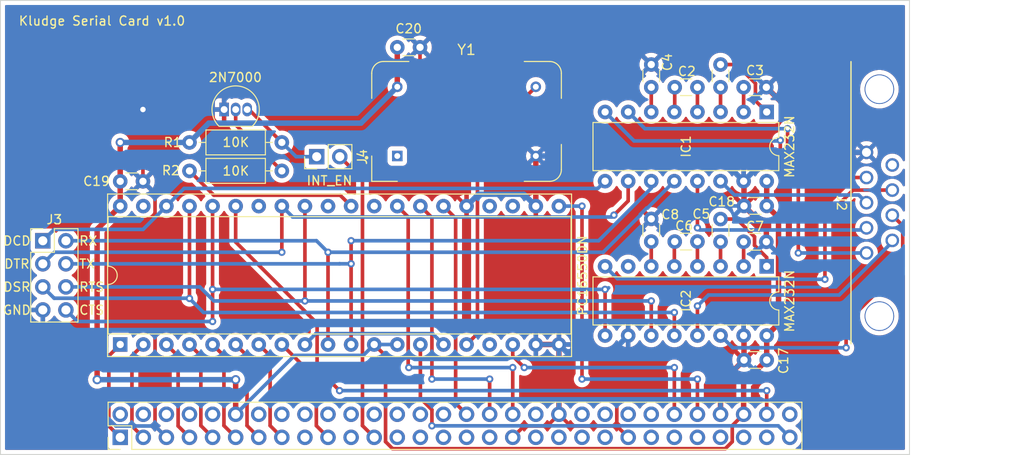
<source format=kicad_pcb>
(kicad_pcb (version 20240108) (generator "pcbnew") (generator_version "8.0")
  (layers (0 "F.Cu" signal) (31 "B.Cu" signal) (34 "B.Paste" user) (35 "F.Paste" user) (36 "B.SilkS" user "B.Silkscreen") (37 "F.SilkS" user "F.Silkscreen") (38 "B.Mask" user) (39 "F.Mask" user) (44 "Edge.Cuts" user))
  (net 0 "")
  (net 1 "GND")
  (net 2 "/A0")
  (net 4 "VCC")
  (net 6 "/A2")
  (net 8 "/D6")
  (net 9 "INT")
  (net 16 "/D2")
  (net 17 "RESET(H)")
  (net 19 "/D4")
  (net 20 "/A1")
  (net 22 "Net-(IC2-C1+)")
  (net 23 "Net-(IC2-C1-)")
  (net 25 "WR")
  (net 26 "Net-(IC2-C2+)")
  (net 27 "/D5")
  (net 28 "/D3")
  (net 30 "Net-(IC2-C2-)")
  (net 31 "Net-(IC2-VS+)")
  (net 32 "RD")
  (net 33 "Net-(IC2-VS-)")
  (net 34 "/D1")
  (net 35 "/D0")
  (net 37 "Net-(IC1-C1+)")
  (net 38 "/D7")
  (net 39 "Net-(IC1-C1-)")
  (net 40 "Net-(IC1-C2-)")
  (net 41 "Net-(IC1-C2+)")
  (net 42 "Net-(IC1-VS+)")
  (net 43 "Net-(IC1-VS-)")
  (net 50 "Net-(UART1-XIN)")
  (net 51 "Net-(UART1-RCLK)")
  (net 53 "UART_INT")
  (net 68 "IO_EN")
  (net 70 "Net-(Q1-G)")
  (net 75 "/CTS_Conn")
  (net 76 "/DSR_Conn")
  (net 77 "/RTS_Conn")
  (net 78 "/DTR_Conn")
  (net 79 "/TX_Conn")
  (net 80 "/RX_Conn")
  (net 81 "/DCD_Conn")
  (net 83 "Net-(J4-Pin_1)")
  (net 84 "/RTS")
  (net 85 "/CTS")
  (net 86 "/DSR")
  (net 87 "/RX")
  (net 88 "/DCD")
  (net 89 "/DTR")
  (net 90 "/TX")
  (footprint "Z80 Parts:OSC_ECS-100AX-018" (layer "F.Cu") (at 142.255 109.06)
    (property "Reference" "Y1")
    (property "Value" "ECS-100AX-018")
  )
  (footprint "Capacitor_THT:C_Disc_D3.0mm_W1.6mm_P2.50mm" (layer "F.Cu") (at 170.195 119.816905 -90)
    (property "Reference" "C5")
    (property "Value" "1 uF")
  )
  (footprint "Capacitor_THT:C_Disc_D3.0mm_W1.6mm_P2.50mm" (layer "F.Cu") (at 172.735 122.316905)
    (property "Reference" "C7")
    (property "Value" "1 uF")
  )
  (footprint "Capacitor_THT:C_Disc_D3.0mm_W1.6mm_P2.50mm" (layer "F.Cu") (at 167.655 105.296905 180)
    (property "Reference" "C2")
    (property "Value" "1 uF")
  )
  (footprint "Z80 Parts:CONN_A-DS 09 A&slash_KG-T4S_ASM" (layer "F.Cu") (at 197.169999 118.011607 -90)
    (property "Reference" "J2")
    (property "Value" "UART_RS232")
  )
  (footprint "Capacitor_THT:C_Disc_D3.0mm_W1.6mm_P2.50mm" (layer "F.Cu") (at 175.275 118.366909 180)
    (property "Reference" "C18")
    (property "Value" "100 nF")
  )
  (footprint "Connector_PinHeader_2.54mm:PinHeader_2x30_P2.54mm_Vertical" (layer "F.Cu") (at 104.155 143.855 90)
    (property "Reference" "J1" (hide yes))
    (property "Value" "Bus")
  )
  (footprint "Package_DIP:DIP-16_W7.62mm" (layer "F.Cu") (at 175.275 125.021907 -90)
    (property "Reference" "IC2")
    (property "Value" "MAX232N")
  )
  (footprint "Capacitor_THT:C_Disc_D3.0mm_W1.6mm_P2.50mm" (layer "F.Cu") (at 175.275 135.336905 180)
    (property "Reference" "C17")
    (property "Value" "100 nF")
  )
  (footprint "Capacitor_THT:C_Disc_D3.0mm_W1.6mm_P2.50mm" (layer "F.Cu") (at 170.195 102.796905 -90)
    (property "Reference" "C1" (hide yes))
    (property "Value" "1 uF")
  )
  (footprint "Connector_PinHeader_2.54mm:PinHeader_1x02_P2.54mm_Vertical" (layer "F.Cu") (at 125.77 112.945 90)
    (property "Reference" "J4")
    (property "Value" "INT_EN")
  )
  (footprint "Package_TO_SOT_THT:TO-92_Inline" (layer "F.Cu") (at 115.585 107.75)
    (property "Reference" "Q1")
    (property "Value" "2N7000")
  )
  (footprint "Resistor_THT:R_Axial_DIN0207_L6.3mm_D2.5mm_P10.16mm_Horizontal" (layer "F.Cu") (at 121.935 111.375 180)
    (property "Reference" "R1")
    (property "Value" "10K")
  )
  (footprint "Capacitor_THT:C_Disc_D3.0mm_W1.6mm_P2.50mm" (layer "F.Cu") (at 162.575 105.296905 90)
    (property "Reference" "C4")
    (property "Value" "1 uF")
  )
  (footprint "Capacitor_THT:C_Disc_D3.0mm_W1.6mm_P2.50mm" (layer "F.Cu") (at 172.735 105.296905)
    (property "Reference" "C3")
    (property "Value" "1 uF")
  )
  (footprint "Capacitor_THT:C_Disc_D3.0mm_W1.6mm_P2.50mm" (layer "F.Cu") (at 167.655 122.296905 180)
    (property "Reference" "C6")
    (property "Value" "1 uF")
  )
  (footprint "Connector_PinHeader_2.54mm:PinHeader_2x04_P2.54mm_Vertical" (layer "F.Cu") (at 95.64 122.205)
    (property "Reference" "J3")
    (property "Value" "UART_TTL")
  )
  (footprint "Package_DIP:DIP-40_W15.24mm_Socket" (layer "F.Cu") (at 104.155 133.63 90)
    (property "Reference" "UART1")
    (property "Value" "PC16550DN")
  )
  (footprint "Capacitor_THT:C_Disc_D3.0mm_W1.6mm_P2.50mm" (layer "F.Cu") (at 134.635 100.9)
    (property "Reference" "C20")
    (property "Value" "100 nF")
  )
  (footprint "Capacitor_THT:C_Disc_D3.0mm_W1.6mm_P2.50mm" (layer "F.Cu") (at 162.575 122.296905 90)
    (property "Reference" "C8")
    (property "Value" "1 uF")
  )
  (footprint "Capacitor_THT:C_Disc_D3.0mm_W1.6mm_P2.50mm" (layer "F.Cu") (at 104.155 115.66)
    (property "Reference" "C19")
    (property "Value" "100 nF")
  )
  (footprint "Resistor_THT:R_Axial_DIN0207_L6.3mm_D2.5mm_P10.16mm_Horizontal" (layer "F.Cu") (at 121.935 114.51 180)
    (property "Reference" "R2")
    (property "Value" "10K")
  )
  (footprint "Package_DIP:DIP-16_W7.62mm" (layer "F.Cu") (at 175.275 108.021907 -90)
    (property "Reference" "IC1")
    (property "Value" "MAX232N")
  )
  (gr_line (start 90.98 136.84) (end 90.98 145.74) (stroke (width 0.1)) (layer "Edge.Cuts"))
  (gr_line (start 90.98 136.84) (end 90.98 95.74) (stroke (width 0.1)) (layer "Edge.Cuts"))
  (gr_line (start 190.98 136.84) (end 190.98 95.74) (stroke (width 0.1)) (layer "Edge.Cuts"))
  (gr_line (start 90.98 145.74) (end 190.98 145.74) (stroke (width 0.1)) (layer "Edge.Cuts"))
  (gr_line (start 190.98 136.84) (end 190.98 145.74) (stroke (width 0.1)) (layer "Edge.Cuts"))
  (gr_line (start 90.98 95.74) (end 190.98 95.74) (stroke (width 0.1)) (layer "Edge.Cuts"))
  (gr_text "Kludge Serial Card v1.0" (at 92.91 98.58 0) (layer "F.SilkS") (effects (font (size 1 1)) (justify left bottom)))
  (gr_text "CTS" (at 99.56 130.42675 0) (layer "F.SilkS") (effects (font (size 1 1)) (justify left bottom)))
  (gr_text "MAX232N" (at 178.375 115.375479 90) (layer "F.SilkS") (effects (font (size 1 1)) (justify left bottom)))
  (gr_text "DTR" (at 91.309999 125.34675 0) (layer "F.SilkS") (effects (font (size 1 1)) (justify left bottom)))
  (gr_text "RX" (at 99.56 122.80675 0) (layer "F.SilkS") (effects (font (size 1 1)) (justify left bottom)))
  (gr_text "DCD" (at 91.190952 122.80675 0) (layer "F.SilkS") (effects (font (size 1 1)) (justify left bottom)))
  (gr_text "PC16550DN" (at 155.6 130.534762 90) (layer "F.SilkS") (effects (font (size 1 1)) (justify left bottom)))
  (gr_text "RTS" (at 99.56 127.88675 0) (layer "F.SilkS") (effects (font (size 1 1)) (justify left bottom)))
  (gr_text "10K" (at 115.325 111.95 0) (layer "F.SilkS") (effects (font (size 1 1)) (justify left bottom)))
  (gr_text "GND" (at 91.167142 130.42675 0) (layer "F.SilkS") (effects (font (size 1 1)) (justify left bottom)))
  (gr_text "10K" (at 115.325 115.1 0) (layer "F.SilkS") (effects (font (size 1 1)) (justify left bottom)))
  (gr_text "DSR" (at 91.214761 127.88675 0) (layer "F.SilkS") (effects (font (size 1 1)) (justify left bottom)))
  (gr_text "2N7000" (at 113.825238 104.8 0) (layer "F.SilkS") (effects (font (size 1 1)) (justify left bottom)))
  (gr_text "TX" (at 99.56 125.34675 0) (layer "F.SilkS") (effects (font (size 1 1)) (justify left bottom)))
  (gr_text "MAX232N" (at 178.375 132.375479 90) (layer "F.SilkS") (effects (font (size 1 1)) (justify left bottom)))
  (gr_text "INT_EN" (at 124.575 116.175 0) (layer "F.SilkS") (effects (font (size 1 1)) (justify left bottom)))
  (segment (start 153.705 142.605) (end 152.415 141.315) (width 0.4) (layer "F.Cu") (net 1))
  (segment (start 106.655 115.66) (end 106.655 107.75) (width 0.4) (layer "F.Cu") (net 1))
  (segment (start 107.985 142.605) (end 107.985 116.99) (width 0.4) (layer "F.Cu") (net 1))
  (segment (start 148.585 142.605) (end 147.335 143.855) (width 0.4) (layer "F.Cu") (net 1))
  (segment (start 175.235 120.826909) (end 172.775 118.366909) (width 0.6) (layer "F.Cu") (net 1))
  (segment (start 172.775 118.366909) (end 172.775 115.681907) (width 0.6) (layer "F.Cu") (net 1))
  (segment (start 158.785 133.891907) (end 160.035 132.641907) (width 0.4) (layer "F.Cu") (net 1))
  (segment (start 172.775 132.681907) (end 172.735 132.641907) (width 0.6) (layer "F.Cu") (net 1))
  (segment (start 186.250001 112.471608) (end 182.409703 112.471608) (width 0.6) (layer "F.Cu") (net 1))
  (segment (start 172.775 115.681907) (end 172.735 115.641907) (width 0.6) (layer "F.Cu") (net 1))
  (segment (start 149.875 118.39) (end 149.875 112.87) (width 0.6) (layer "F.Cu") (net 1))
  (segment (start 182.409703 112.471608) (end 175.235 105.296905) (width 0.6) (layer "F.Cu") (net 1))
  (segment (start 107.985 116.99) (end 106.655 115.66) (width 0.4) (layer "F.Cu") (net 1))
  (segment (start 152.415 141.315) (end 151.125 142.605) (width 0.4) (layer "F.Cu") (net 1))
  (segment (start 172.735 135.296905) (end 172.775 135.336905) (width 0.4) (layer "F.Cu") (net 1))
  (segment (start 137.135 113.27) (end 142.255 118.39) (width 0.4) (layer "F.Cu") (net 1))
  (segment (start 170.195 137.916905) (end 172.775 135.336905) (width 0.6) (layer "F.Cu") (net 1))
  (segment (start 109.235 143.855) (end 107.985 142.605) (width 0.4) (layer "F.Cu") (net 1))
  (segment (start 160.035 143.855) (end 158.785 142.605) (width 0.4) (layer "F.Cu") (net 1))
  (segment (start 152.415 141.315) (end 152.415 133.63) (width 0.6) (layer "F.Cu") (net 1))
  (segment (start 172.775 135.336905) (end 172.775 132.681907) (width 0.6) (layer "F.Cu") (net 1))
  (segment (start 162.58 102.791905) (end 162.575 102.796905) (width 0.4) (layer "F.Cu") (net 1))
  (segment (start 158.785 142.605) (end 158.785 133.891907) (width 0.4) (layer "F.Cu") (net 1))
  (segment (start 151.125 142.605) (end 148.585 142.605) (width 0.4) (layer "F.Cu") (net 1))
  (segment (start 158.785 142.605) (end 153.705 142.605) (width 0.4) (layer "F.Cu") (net 1))
  (segment (start 152.415 133.63) (end 149.875 133.63) (width 0.6) (layer "F.Cu") (net 1))
  (segment (start 137.135 100.9) (end 137.135 113.27) (width 0.4) (layer "F.Cu") (net 1))
  (segment (start 170.195 141.315) (end 170.195 137.916905) (width 0.6) (layer "F.Cu") (net 1))
  (segment (start 175.235 122.316905) (end 175.235 120.826909) (width 0.6) (layer "F.Cu") (net 1))
  (via (at 106.655 107.75) (size 1) (drill 0.6) (layers "F.Cu" "B.Cu") (net 1))
  (segment (start 117.007712 105.342288) (end 115.585 106.765) (width 0.4) (layer "B.Cu") (net 1))
  (segment (start 95.64 134.567767) (end 103.677233 142.605) (width 0.4) (layer "B.Cu") (net 1))
  (segment (start 143.565 117.08) (end 148.565 117.08) (width 0.6) (layer "B.Cu") (net 1))
  (segment (start 142.255 118.39) (end 143.565 117.08) (width 0.6) (layer "B.Cu") (net 1))
  (segment (start 164.004996 118.366909) (end 172.775 118.366909) (width 0.4) (layer "B.Cu") (net 1))
  (segment (start 149.875 112.87) (end 169.963093 112.87) (width 0.6) (layer "B.Cu") (net 1))
  (segment (start 175.905299 112.471608) (end 186.250001 112.471608) (width 0.6) (layer "B.Cu") (net 1))
  (segment (start 169.963093 112.87) (end 172.735 115.641907) (width 0.6) (layer "B.Cu") (net 1))
  (segment (start 103.677233 142.605) (end 107.985 142.605) (width 0.4) (layer "B.Cu") (net 1))
  (segment (start 115.585 106.765) (end 115.585 107.75) (width 0.4) (layer "B.Cu") (net 1))
  (segment (start 107.985 142.605) (end 109.235 143.855) (width 0.4) (layer "B.Cu") (net 1))
  (segment (start 153.214999 134.429999) (end 158.246908 134.429999) (width 0.6) (layer "B.Cu") (net 1))
  (segment (start 132.692712 105.342288) (end 117.007712 105.342288) (width 0.4) (layer "B.Cu") (net 1))
  (segment (start 95.64 134.3) (end 95.64 129.825) (width 0.4) (layer "B.Cu") (net 1))
  (segment (start 148.565 117.08) (end 149.875 118.39) (width 0.6) (layer "B.Cu") (net 1))
  (segment (start 152.415 133.63) (end 153.214999 134.429999) (width 0.6) (layer "B.Cu") (net 1))
  (segment (start 106.655 107.75) (end 115.585 107.75) (width 0.4) (layer "B.Cu") (net 1))
  (segment (start 162.575 119.796905) (end 164.004996 118.366909) (width 0.4) (layer "B.Cu") (net 1))
  (segment (start 137.135 100.9) (end 132.692712 105.342288) (width 0.4) (layer "B.Cu") (net 1))
  (segment (start 172.735 115.641907) (end 175.905299 112.471608) (width 0.6) (layer "B.Cu") (net 1))
  (segment (start 158.246908 134.429999) (end 160.035 132.641907) (width 0.6) (layer "B.Cu") (net 1))
  (segment (start 95.64 134.3) (end 95.64 134.567767) (width 0.4) (layer "B.Cu") (net 1))
  (segment (start 135.835 136.1) (end 135.905 136.17) (width 0.4) (layer "F.Cu") (net 2))
  (segment (start 134.635 118.39) (end 135.835 119.59) (width 0.4) (layer "F.Cu") (net 2))
  (segment (start 147.335 136.17) (end 147.335 141.315) (width 0.4) (layer "F.Cu") (net 2))
  (segment (start 135.835 119.59) (end 135.835 136.1) (width 0.4) (layer "F.Cu") (net 2))
  (via (at 147.335 136.17) (size 0.8) (drill 0.4) (layers "F.Cu" "B.Cu") (net 2))
  (via (at 135.905 136.17) (size 0.8) (drill 0.4) (layers "F.Cu" "B.Cu") (net 2))
  (segment (start 135.905 136.17) (end 147.335 136.17) (width 0.4) (layer "B.Cu") (net 2))
  (segment (start 175.275 132.641907) (end 176.575 131.341907) (width 0.6) (layer "F.Cu") (net 4))
  (segment (start 175.275 118.366909) (end 175.275 115.641907) (width 0.6) (layer "F.Cu") (net 4))
  (segment (start 176.575 119.666909) (end 175.275 118.366909) (width 0.6) (layer "F.Cu") (net 4))
  (segment (start 133.345 144.332767) (end 134.117233 145.105) (width 0.4) (layer "F.Cu") (net 4))
  (segment (start 175.275 135.336905) (end 175.275 132.641907) (width 0.6) (layer "F.Cu") (net 4))
  (segment (start 132.095 133.63) (end 133.345 134.88) (width 0.4) (layer "F.Cu") (net 4))
  (segment (start 134.117233 145.105) (end 170.712767 145.105) (width 0.4) (layer "F.Cu") (net 4))
  (segment (start 172.735 141.315) (end 172.735 137.876905) (width 0.6) (layer "F.Cu") (net 4))
  (segment (start 104.155 118.39) (end 104.155 115.66) (width 0.6) (layer "F.Cu") (net 4))
  (segment (start 171.485 144.332767) (end 171.485 142.565) (width 0.4) (layer "F.Cu") (net 4))
  (segment (start 170.712767 145.105) (end 171.485 144.332767) (width 0.4) (layer "F.Cu") (net 4))
  (segment (start 116.855 141.315) (end 116.855 137.505) (width 0.6) (layer "F.Cu") (net 4))
  (segment (start 172.735 137.876905) (end 175.275 135.336905) (width 0.6) (layer "F.Cu") (net 4))
  (segment (start 101.615 120.93) (end 104.155 118.39) (width 0.6) (layer "F.Cu") (net 4))
  (segment (start 101.615 137.505) (end 101.615 120.93) (width 0.6) (layer "F.Cu") (net 4))
  (segment (start 171.485 142.565) (end 172.735 141.315) (width 0.4) (layer "F.Cu") (net 4))
  (segment (start 176.575 131.341907) (end 176.575 119.666909) (width 0.6) (layer "F.Cu") (net 4))
  (segment (start 104.155 115.66) (end 104.155 111.375) (width 0.6) (layer "F.Cu") (net 4))
  (segment (start 133.345 134.88) (end 133.345 144.332767) (width 0.4) (layer "F.Cu") (net 4))
  (segment (start 134.635 100.9) (end 134.635 105.25) (width 0.6) (layer "F.Cu") (net 4))
  (via (at 116.855 137.505) (size 1) (drill 0.6) (layers "F.Cu" "B.Cu") (net 4))
  (via (at 101.615 137.505) (size 1) (drill 0.6) (layers "F.Cu" "B.Cu") (net 4))
  (via (at 104.155 111.375) (size 1) (drill 0.6) (layers "F.Cu" "B.Cu") (net 4))
  (segment (start 104.155 111.375) (end 111.775 111.375) (width 0.6) (layer "B.Cu") (net 4))
  (segment (start 113.9 109.25) (end 111.775 111.375) (width 0.6) (layer "B.Cu") (net 4))
  (segment (start 130.635 109.25) (end 113.9 109.25) (width 0.6) (layer "B.Cu") (net 4))
  (segment (start 130.895 134.83) (end 132.095 133.63) (width 0.4) (layer "B.Cu") (net 4))
  (segment (start 123.34 134.83) (end 130.895 134.83) (width 0.4) (layer "B.Cu") (net 4))
  (segment (start 134.635 105.25) (end 130.635 109.25) (width 0.6) (layer "B.Cu") (net 4))
  (segment (start 132.095 133.63) (end 134.635 133.63) (width 0.4) (layer "B.Cu") (net 4))
  (segment (start 116.855 141.315) (end 123.34 134.83) (width 0.4) (layer "B.Cu") (net 4))
  (segment (start 116.855 137.505) (end 101.615 137.505) (width 0.6) (layer "B.Cu") (net 4))
  (segment (start 141.055 140.115) (end 142.255 141.315) (width 0.4) (layer "F.Cu") (net 6))
  (segment (start 141.055 119.73) (end 141.055 140.115) (width 0.4) (layer "F.Cu") (net 6))
  (segment (start 139.715 118.39) (end 141.055 119.73) (width 0.4) (layer "F.Cu") (net 6))
  (segment (start 120.645 134.88) (end 120.645 142.565) (width 0.4) (layer "F.Cu") (net 8))
  (segment (start 120.645 142.565) (end 121.935 143.855) (width 0.4) (layer "F.Cu") (net 8))
  (segment (start 119.395 133.63) (end 120.645 134.88) (width 0.4) (layer "F.Cu") (net 8))
  (segment (start 130.805 142.565) (end 132.095 143.855) (width 0.4) (layer "F.Cu") (net 9))
  (segment (start 128.31 112.945) (end 130.805 115.44) (width 0.4) (layer "F.Cu") (net 9))
  (segment (start 130.805 115.44) (end 130.805 142.565) (width 0.4) (layer "F.Cu") (net 9))
  (segment (start 110.525 134.92) (end 110.525 142.605) (width 0.4) (layer "F.Cu") (net 16))
  (segment (start 109.235 133.63) (end 110.525 134.92) (width 0.4) (layer "F.Cu") (net 16))
  (segment (start 110.525 142.605) (end 111.775 143.855) (width 0.4) (layer "F.Cu") (net 16))
  (segment (start 125.815 131.303278) (end 116.855 122.343278) (width 0.4) (layer "F.Cu") (net 17))
  (segment (start 125.815 136.24) (end 125.815 131.303278) (width 0.4) (layer "F.Cu") (net 17))
  (segment (start 116.855 122.343278) (end 116.855 118.39) (width 0.4) (layer "F.Cu") (net 17))
  (segment (start 175.275 138.71) (end 175.275 141.315) (width 0.4) (layer "F.Cu") (net 17))
  (segment (start 128.285 138.71) (end 125.815 136.24) (width 0.4) (layer "F.Cu") (net 17))
  (via (at 175.275 138.71) (size 0.8) (drill 0.4) (layers "F.Cu" "B.Cu") (net 17))
  (via (at 128.285 138.71) (size 0.8) (drill 0.4) (layers "F.Cu" "B.Cu") (net 17))
  (segment (start 175.275 138.71) (end 128.285 138.71) (width 0.4) (layer "B.Cu") (net 17))
  (segment (start 115.565 134.88) (end 115.565 142.565) (width 0.4) (layer "F.Cu") (net 19))
  (segment (start 115.565 142.565) (end 116.855 143.855) (width 0.4) (layer "F.Cu") (net 19))
  (segment (start 114.315 133.63) (end 115.565 134.88) (width 0.4) (layer "F.Cu") (net 19))
  (segment (start 138.445 119.66) (end 138.445 137.44) (width 0.4) (layer "F.Cu") (net 20))
  (segment (start 144.795 141.315) (end 144.795 137.44) (width 0.4) (layer "F.Cu") (net 20))
  (segment (start 137.175 118.39) (end 138.445 119.66) (width 0.4) (layer "F.Cu") (net 20))
  (via (at 138.445 137.44) (size 0.8) (drill 0.4) (layers "F.Cu" "B.Cu") (net 20))
  (via (at 144.795 137.44) (size 0.8) (drill 0.4) (layers "F.Cu" "B.Cu") (net 20))
  (segment (start 138.445 137.44) (end 144.795 137.44) (width 0.4) (layer "B.Cu") (net 20))
  (segment (start 175.275 125.021907) (end 175.275 124.053962) (width 0.4) (layer "F.Cu") (net 22))
  (segment (start 173.935 122.713962) (end 173.935 121.765256) (width 0.4) (layer "F.Cu") (net 22))
  (segment (start 173.935 121.765256) (end 171.986649 119.816905) (width 0.4) (layer "F.Cu") (net 22))
  (segment (start 171.986649 119.816905) (end 170.195 119.816905) (width 0.4) (layer "F.Cu") (net 22))
  (segment (start 175.275 124.053962) (end 173.935 122.713962) (width 0.4) (layer "F.Cu") (net 22))
  (segment (start 170.195 122.316905) (end 170.195 125.021907) (width 0.4) (layer "F.Cu") (net 23))
  (segment (start 165.115 136.17) (end 165.115 141.315) (width 0.4) (layer "F.Cu") (net 25))
  (segment (start 147.335 134.9) (end 148.605 136.17) (width 0.4) (layer "F.Cu") (net 25))
  (segment (start 147.335 133.63) (end 147.335 134.9) (width 0.4) (layer "F.Cu") (net 25))
  (via (at 165.115 136.17) (size 0.8) (drill 0.4) (layers "F.Cu" "B.Cu") (net 25))
  (via (at 148.605 136.17) (size 0.8) (drill 0.4) (layers "F.Cu" "B.Cu") (net 25))
  (segment (start 165.115 136.17) (end 148.605 136.17) (width 0.4) (layer "B.Cu") (net 25))
  (segment (start 167.655 122.296905) (end 167.655 125.021907) (width 0.4) (layer "F.Cu") (net 26))
  (segment (start 116.855 133.63) (end 118.105 134.88) (width 0.4) (layer "F.Cu") (net 27))
  (segment (start 118.105 134.88) (end 118.105 142.565) (width 0.4) (layer "F.Cu") (net 27))
  (segment (start 118.105 142.565) (end 119.395 143.855) (width 0.4) (layer "F.Cu") (net 27))
  (segment (start 113.025 142.565) (end 114.315 143.855) (width 0.4) (layer "F.Cu") (net 28))
  (segment (start 113.025 134.88) (end 113.025 142.565) (width 0.4) (layer "F.Cu") (net 28))
  (segment (start 111.775 133.63) (end 113.025 134.88) (width 0.4) (layer "F.Cu") (net 28))
  (segment (start 165.115 122.336905) (end 165.155 122.296905) (width 0.4) (layer "F.Cu") (net 30))
  (segment (start 165.115 125.021907) (end 165.115 122.336905) (width 0.4) (layer "F.Cu") (net 30))
  (segment (start 172.735 125.021907) (end 172.735 122.316905) (width 0.4) (layer "F.Cu") (net 31))
  (segment (start 167.655 141.315) (end 167.655 137.44) (width 0.4) (layer "F.Cu") (net 32))
  (segment (start 154.955 118.39) (end 154.955 137.44) (width 0.4) (layer "F.Cu") (net 32))
  (via (at 154.955 118.39) (size 0.8) (drill 0.4) (layers "F.Cu" "B.Cu") (net 32))
  (via (at 167.655 137.44) (size 0.8) (drill 0.4) (layers "F.Cu" "B.Cu") (net 32))
  (via (at 154.955 137.44) (size 0.8) (drill 0.4) (layers "F.Cu" "B.Cu") (net 32))
  (segment (start 152.415 118.39) (end 154.955 118.39) (width 0.4) (layer "B.Cu") (net 32))
  (segment (start 167.655 137.44) (end 154.955 137.44) (width 0.4) (layer "B.Cu") (net 32))
  (segment (start 162.575 122.296905) (end 162.575 125.021907) (width 0.4) (layer "F.Cu") (net 33))
  (segment (start 105.445 142.605) (end 106.695 143.855) (width 0.4) (layer "F.Cu") (net 34))
  (segment (start 106.695 133.63) (end 105.445 134.88) (width 0.4) (layer "F.Cu") (net 34))
  (segment (start 105.445 134.88) (end 105.445 142.605) (width 0.4) (layer "F.Cu") (net 34))
  (segment (start 102.905 142.605) (end 104.155 143.855) (width 0.4) (layer "F.Cu") (net 35))
  (segment (start 102.905 134.88) (end 102.905 142.605) (width 0.4) (layer "F.Cu") (net 35))
  (segment (start 104.155 133.63) (end 102.905 134.88) (width 0.4) (layer "F.Cu") (net 35))
  (segment (start 171.956905 102.796905) (end 170.195 102.796905) (width 0.4) (layer "F.Cu") (net 37))
  (segment (start 174.035 104.875) (end 171.956905 102.796905) (width 0.4) (layer "F.Cu") (net 37))
  (segment (start 175.275 108.021907) (end 174.035 106.781907) (width 0.4) (layer "F.Cu") (net 37))
  (segment (start 174.035 106.781907) (end 174.035 104.875) (width 0.4) (layer "F.Cu") (net 37))
  (segment (start 125.73 142.57) (end 127.015 143.855) (width 0.4) (layer "F.Cu") (net 38))
  (segment (start 121.935 133.63) (end 125.73 137.425) (width 0.4) (layer "F.Cu") (net 38))
  (segment (start 125.73 137.425) (end 125.73 142.57) (width 0.4) (layer "F.Cu") (net 38))
  (segment (start 170.195 105.296905) (end 170.195 108.021907) (width 0.4) (layer "F.Cu") (net 39))
  (segment (start 165.155 105.296905) (end 165.155 107.981907) (width 0.4) (layer "F.Cu") (net 40))
  (segment (start 165.155 107.981907) (end 165.115 108.021907) (width 0.4) (layer "F.Cu") (net 40))
  (segment (start 167.655 108.021907) (end 167.655 105.296905) (width 0.4) (layer "F.Cu") (net 41))
  (segment (start 172.735 108.021907) (end 172.735 105.296905) (width 0.4) (layer "F.Cu") (net 42))
  (segment (start 162.575 108.021907) (end 162.575 105.296905) (width 0.4) (layer "F.Cu") (net 43))
  (segment (start 149.875 105.25) (end 143.455 111.67) (width 0.4) (layer "F.Cu") (net 50))
  (segment (start 143.455 132.43) (end 142.255 133.63) (width 0.4) (layer "F.Cu") (net 50))
  (segment (start 143.455 111.67) (end 143.455 132.43) (width 0.4) (layer "F.Cu") (net 50))
  (segment (start 138.515 132.43) (end 139.715 133.63) (width 0.4) (layer "B.Cu") (net 51))
  (segment (start 124.475 133.63) (end 125.675 132.43) (width 0.4) (layer "B.Cu") (net 51))
  (segment (start 125.675 132.43) (end 138.515 132.43) (width 0.4) (layer "B.Cu") (net 51))
  (segment (start 128.355 117.19) (end 129.555 118.39) (width 0.4) (layer "F.Cu") (net 53))
  (segment (start 111.775 114.51) (end 114.455 117.19) (width 0.4) (layer "F.Cu") (net 53))
  (segment (start 114.455 117.19) (end 128.355 117.19) (width 0.4) (layer "F.Cu") (net 53))
  (segment (start 137.175 139.547233) (end 137.175 133.63) (width 0.4) (layer "F.Cu") (net 68))
  (segment (start 138.445 140.817233) (end 137.175 139.547233) (width 0.4) (layer "F.Cu") (net 68))
  (segment (start 138.47 142.58) (end 138.425 142.535) (width 0.4) (layer "F.Cu") (net 68))
  (segment (start 138.445 142.585) (end 138.445 140.817233) (width 0.4) (layer "F.Cu") (net 68))
  (via (at 138.445 142.585) (size 0.8) (drill 0.4) (layers "F.Cu" "B.Cu") (net 68))
  (segment (start 176.545 142.585) (end 177.815 143.855) (width 0.4) (layer "B.Cu") (net 68))
  (segment (start 138.445 142.585) (end 176.545 142.585) (width 0.4) (layer "B.Cu") (net 68))
  (segment (start 116.855 107.75) (end 116.855 109.43) (width 0.4) (layer "F.Cu") (net 70))
  (segment (start 116.855 109.43) (end 121.935 114.51) (width 0.4) (layer "F.Cu") (net 70))
  (segment (start 181.68 119.711318) (end 184.764709 116.626609) (width 0.4) (layer "F.Cu") (net 75))
  (segment (start 184.764709 116.626609) (end 189.09 116.626609) (width 0.4) (layer "F.Cu") (net 75))
  (segment (start 181.68 126.45) (end 181.68 119.711318) (width 0.4) (layer "F.Cu") (net 75))
  (via (at 181.68 126.45) (size 0.8) (drill 0.4) (layers "F.Cu" "B.Cu") (net 75))
  (segment (start 176.976905 126.45) (end 176.906905 126.38) (width 0.4) (layer "B.Cu") (net 75))
  (segment (start 176.906905 126.38) (end 158.853093 126.38) (width 0.4) (layer "B.Cu") (net 75))
  (segment (start 158.853093 126.38) (end 157.495 125.021907) (width 0.4) (layer "B.Cu") (net 75))
  (segment (start 181.68 126.45) (end 176.976905 126.45) (width 0.4) (layer "B.Cu") (net 75))
  (segment (start 167.655 129.39) (end 167.655 132.641907) (width 0.4) (layer "F.Cu") (net 76))
  (via (at 167.655 129.39) (size 0.8) (drill 0.4) (layers "F.Cu" "B.Cu") (net 76))
  (segment (start 167.655 129.39) (end 168.863093 128.181907) (width 0.4) (layer "B.Cu") (net 76))
  (segment (start 168.863093 128.181907) (end 183.245056 128.181907) (width 0.4) (layer "B.Cu") (net 76))
  (segment (start 183.245056 128.181907) (end 189.09 122.336963) (width 0.4) (layer "B.Cu") (net 76))
  (segment (start 189.09 122.336963) (end 189.09 122.166608) (width 0.4) (layer "B.Cu") (net 76))
  (segment (start 189.09 119.396608) (end 190.2393 120.545908) (width 0.4) (layer "F.Cu") (net 77))
  (segment (start 190.2393 120.545908) (end 190.2393 125.0207) (width 0.4) (layer "F.Cu") (net 77))
  (segment (start 184.01 131.25) (end 184.01 133.99) (width 0.4) (layer "F.Cu") (net 77))
  (segment (start 190.2393 125.0207) (end 184.01 131.25) (width 0.4) (layer "F.Cu") (net 77))
  (via (at 184.01 133.99) (size 0.8) (drill 0.4) (layers "F.Cu" "B.Cu") (net 77))
  (segment (start 184.01 133.99) (end 171.543093 133.99) (width 0.4) (layer "B.Cu") (net 77))
  (segment (start 171.543093 133.99) (end 170.195 132.641907) (width 0.4) (layer "B.Cu") (net 77))
  (segment (start 177.57 112.911606) (end 177.57 109.86) (width 0.4) (layer "F.Cu") (net 78))
  (segment (start 179.900001 115.241607) (end 177.57 112.911606) (width 0.4) (layer "F.Cu") (net 78))
  (segment (start 186.250001 115.241607) (end 179.900001 115.241607) (width 0.4) (layer "F.Cu") (net 78))
  (via (at 177.57 109.86) (size 0.8) (drill 0.4) (layers "F.Cu" "B.Cu") (net 78))
  (segment (start 160.035 108.021907) (end 161.873093 109.86) (width 0.4) (layer "B.Cu") (net 78))
  (segment (start 161.873093 109.86) (end 177.57 109.86) (width 0.4) (layer "B.Cu") (net 78))
  (segment (start 186.250001 118.011607) (end 185.405303 117.166909) (width 0.4) (layer "B.Cu") (net 79))
  (segment (start 171.720002 117.166909) (end 170.195 115.641907) (width 0.4) (layer "B.Cu") (net 79))
  (segment (start 185.405303 117.166909) (end 171.720002 117.166909) (width 0.4) (layer "B.Cu") (net 79))
  (segment (start 167.655 115.641907) (end 167.655 120.781607) (width 0.4) (layer "F.Cu") (net 80))
  (via (at 167.655 120.781607) (size 0.8) (drill 0.4) (layers "F.Cu" "B.Cu") (net 80))
  (segment (start 167.890298 121.016905) (end 167.655 120.781607) (width 0.4) (layer "B.Cu") (net 80))
  (segment (start 186.014703 121.016905) (end 167.890298 121.016905) (width 0.4) (layer "B.Cu") (net 80))
  (segment (start 186.250001 120.781607) (end 186.014703 121.016905) (width 0.4) (layer "B.Cu") (net 80))
  (segment (start 178.750701 123.551606) (end 178.750701 114.890701) (width 0.4) (layer "F.Cu") (net 81))
  (segment (start 176.77 112.91) (end 176.77 111.14) (width 0.4) (layer "F.Cu") (net 81))
  (segment (start 178.750701 114.890701) (end 176.77 112.91) (width 0.4) (layer "F.Cu") (net 81))
  (via (at 176.77 111.14) (size 0.8) (drill 0.4) (layers "F.Cu" "B.Cu") (net 81))
  (via (at 178.750701 123.551606) (size 0.8) (drill 0.4) (layers "F.Cu" "B.Cu") (net 81))
  (segment (start 176.698093 111.211907) (end 160.685 111.211907) (width 0.4) (layer "B.Cu") (net 81))
  (segment (start 176.77 111.14) (end 176.698093 111.211907) (width 0.4) (layer "B.Cu") (net 81))
  (segment (start 160.685 111.211907) (end 157.495 108.021907) (width 0.4) (layer "B.Cu") (net 81))
  (segment (start 186.250001 123.551606) (end 178.750701 123.551606) (width 0.4) (layer "B.Cu") (net 81))
  (segment (start 121.935 111.375) (end 118.31 107.75) (width 0.4) (layer "F.Cu") (net 83))
  (segment (start 118.31 107.75) (end 118.125 107.75) (width 0.4) (layer "F.Cu") (net 83))
  (segment (start 123.505 112.945) (end 121.935 111.375) (width 0.4) (layer "B.Cu") (net 83))
  (segment (start 125.77 112.945) (end 123.505 112.945) (width 0.4) (layer "B.Cu") (net 83))
  (segment (start 162.575 132.641907) (end 162.575 128.831907) (width 0.4) (layer "F.Cu") (net 84))
  (segment (start 124.475 128.831907) (end 124.475 118.39) (width 0.4) (layer "F.Cu") (net 84))
  (via (at 162.575 128.831907) (size 0.8) (drill 0.4) (layers "F.Cu" "B.Cu") (net 84))
  (via (at 124.475 128.831907) (size 0.8) (drill 0.4) (layers "F.Cu" "B.Cu") (net 84))
  (segment (start 112.906722 127.285) (end 98.18 127.285) (width 0.4) (layer "B.Cu") (net 84))
  (segment (start 124.475 128.831907) (end 162.575 128.831907) (width 0.4) (layer "B.Cu") (net 84))
  (segment (start 114.453629 128.831907) (end 112.906722 127.285) (width 0.4) (layer "B.Cu") (net 84))
  (segment (start 124.475 128.831907) (end 114.453629 128.831907) (width 0.4) (layer "B.Cu") (net 84))
  (segment (start 157.495 127.561907) (end 157.495 132.641907) (width 0.4) (layer "F.Cu") (net 85))
  (segment (start 114.315 127.561907) (end 114.315 118.39) (width 0.4) (layer "F.Cu") (net 85))
  (segment (start 114.315 131.095) (end 114.315 127.561907) (width 0.4) (layer "F.Cu") (net 85))
  (via (at 157.495 127.561907) (size 0.8) (drill 0.4) (layers "F.Cu" "B.Cu") (net 85))
  (via (at 114.315 127.561907) (size 0.8) (drill 0.4) (layers "F.Cu" "B.Cu") (net 85))
  (via (at 114.315 131.095) (size 0.8) (drill 0.4) (layers "F.Cu" "B.Cu") (net 85))
  (segment (start 99.45 131.095) (end 98.18 129.825) (width 0.4) (layer "B.Cu") (net 85))
  (segment (start 157.701907 127.561907) (end 157.881907 127.381907) (width 0.4) (layer "B.Cu") (net 85))
  (segment (start 157.495 127.561907) (end 114.315 127.561907) (width 0.4) (layer "B.Cu") (net 85))
  (segment (start 114.315 131.095) (end 99.45 131.095) (width 0.4) (layer "B.Cu") (net 85))
  (segment (start 157.495 127.561907) (end 157.701907 127.561907) (width 0.4) (layer "B.Cu") (net 85))
  (segment (start 111.775 118.39) (end 111.775 128.56) (width 0.4) (layer "F.Cu") (net 86))
  (segment (start 165.115 130.101907) (end 165.115 132.641907) (width 0.4) (layer "F.Cu") (net 86))
  (via (at 165.115 130.101907) (size 0.8) (drill 0.4) (layers "F.Cu" "B.Cu") (net 86))
  (via (at 111.775 128.56) (size 0.8) (drill 0.4) (layers "F.Cu" "B.Cu") (net 86))
  (segment (start 111.75 128.535) (end 111.775 128.56) (width 0.4) (layer "B.Cu") (net 86))
  (segment (start 113.316907 130.101907) (end 111.775 128.56) (width 0.4) (layer "B.Cu") (net 86))
  (segment (start 95.64 127.285) (end 96.89 128.535) (width 0.4) (layer "B.Cu") (net 86))
  (segment (start 165.115 130.101907) (end 113.316907 130.101907) (width 0.4) (layer "B.Cu") (net 86))
  (segment (start 96.89 128.535) (end 111.75 128.535) (width 0.4) (layer "B.Cu") (net 86))
  (segment (start 127.015 133.63) (end 127.015 123.47) (width 0.4) (layer "F.Cu") (net 87))
  (via (at 127.015 123.47) (size 0.8) (drill 0.4) (layers "F.Cu" "B.Cu") (net 87))
  (segment (start 162.077943 118.596905) (end 161.375 119.299848) (width 0.4) (layer "B.Cu") (net 87))
  (segment (start 127.015 123.47) (end 125.75 122.205) (width 0.4) (layer "B.Cu") (net 87))
  (segment (start 162.160002 118.596905) (end 162.077943 118.596905) (width 0.4) (layer "B.Cu") (net 87))
  (segment (start 161.375 119.381907) (end 157.286907 123.47) (width 0.4) (layer "B.Cu") (net 87))
  (segment (start 98.18 122.205) (end 125.75 122.205) (width 0.4) (layer "B.Cu") (net 87))
  (segment (start 161.375 119.299848) (end 161.375 119.381907) (width 0.4) (layer "B.Cu") (net 87))
  (segment (start 157.286907 123.47) (end 127.015 123.47) (width 0.4) (layer "B.Cu") (net 87))
  (segment (start 165.115 115.641907) (end 162.160002 118.596905) (width 0.4) (layer "B.Cu") (net 87))
  (segment (start 95.64 122.205) (end 96.89 120.955) (width 0.4) (layer "B.Cu") (net 88))
  (segment (start 96.89 120.955) (end 106.67 120.955) (width 0.4) (layer "B.Cu") (net 88))
  (segment (start 157.495 115.641907) (end 156.695001 116.441906) (width 0.4) (layer "B.Cu") (net 88))
  (segment (start 156.695001 116.441906) (end 111.183094 116.441906) (width 0.4) (layer "B.Cu") (net 88))
  (segment (start 111.183094 116.441906) (end 109.235 118.39) (width 0.4) (layer "B.Cu") (net 88))
  (segment (start 109.235 118.39) (end 106.67 120.955) (width 0.4) (layer "B.Cu") (net 88))
  (segment (start 158.47 119.38) (end 160.035 117.815) (width 0.4) (layer "F.Cu") (net 89))
  (segment (start 160.035 117.815) (end 160.035 115.641907) (width 0.4) (layer "F.Cu") (net 89))
  (segment (start 121.935 123.47) (end 121.935 118.39) (width 0.4) (layer "F.Cu") (net 89))
  (via (at 121.935 123.47) (size 0.8) (drill 0.4) (layers "F.Cu" "B.Cu") (net 89))
  (via (at 158.47 119.38) (size 0.8) (drill 0.4) (layers "F.Cu" "B.Cu") (net 89))
  (segment (start 158.47 119.38) (end 158.26 119.59) (width 0.4) (layer "B.Cu") (net 89))
  (segment (start 96.915 123.47) (end 121.935 123.47) (width 0.4) (layer "B.Cu") (net 89))
  (segment (start 95.64 124.745) (end 96.915 123.47) (width 0.4) (layer "B.Cu") (net 89))
  (segment (start 158.26 119.59) (end 123.135 119.59) (width 0.4) (layer "B.Cu") (net 89))
  (segment (start 123.135 119.59) (end 121.935 118.39) (width 0.4) (layer "B.Cu") (net 89))
  (segment (start 129.555 124.74) (end 129.555 122.2) (width 0.4) (layer "F.Cu") (net 90))
  (segment (start 129.555 124.74) (end 129.555 133.63) (width 0.4) (layer "F.Cu") (net 90))
  (via (at 129.555 124.74) (size 0.8) (drill 0.4) (layers "F.Cu" "B.Cu") (net 90))
  (via (at 129.555 122.2) (size 0.8) (drill 0.4) (layers "F.Cu" "B.Cu") (net 90))
  (segment (start 162.575 116.406371) (end 162.575 115.641907) (width 0.4) (layer "B.Cu") (net 90))
  (segment (start 156.781371 122.2) (end 162.575 116.406371) (width 0.4) (layer "B.Cu") (net 90))
  (segment (start 98.18 124.745) (end 128.28 124.745) (width 0.4) (layer "B.Cu") (net 90))
  (segment (start 129.555 124.74) (end 128.285 124.74) (width 0.4) (layer "B.Cu") (net 90))
  (segment (start 129.555 122.2) (end 156.781371 122.2) (width 0.4) (layer "B.Cu") (net 90))
  (segment (start 128.28 124.745) (end 128.285 124.74) (width 0.4) (layer "B.Cu") (net 90))
  (zone (net 1) (net_name "GND") (layer "F.Cu") (connect_pads (clearance 0.5)) (min_thickness 0.25) (fill yes (thermal_gap 0.5) (thermal_bridge_width 0.5))
    (polygon (pts (xy 91.01 95.78) (xy 190.96 95.78) (xy 190.95 145.71) (xy 91 145.72)))
  )
  (zone (net 1) (net_name "GND") (layer "B.Cu") (connect_pads (clearance 0.5)) (min_thickness 0.25) (fill yes (thermal_gap 0.5) (thermal_bridge_width 0.5))
    (polygon (pts (xy 90.99 95.77) (xy 190.96 95.78) (xy 190.94 145.7) (xy 90.99 145.71)))
  )
)
</source>
